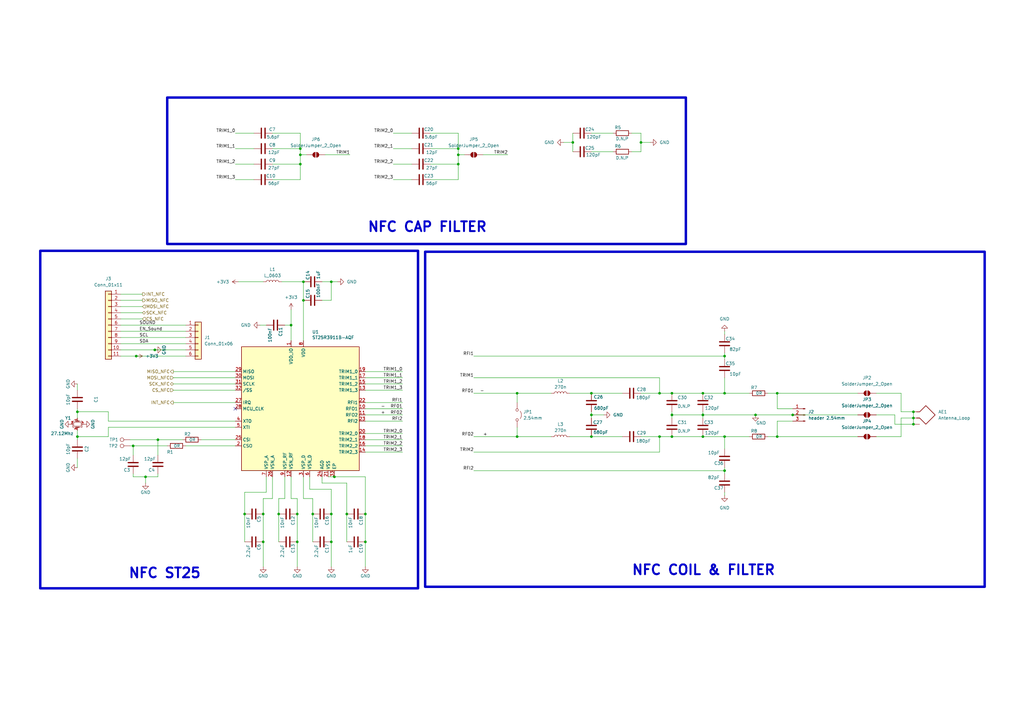
<source format=kicad_sch>
(kicad_sch (version 20231120) (generator "eeschema") (generator_version "8.0")
  (paper "A3")
  (lib_symbols
    (symbol "Connector:Conn_01x03_Pin" (pin_names (offset 1.016) hide)
      (property "Reference" "J" (at 0 5.08 0))
      (property "Value" "Conn_01x03_Pin" (at 0 -5.08 0))
      (symbol "Conn_01x03_Pin_1_1"
        (polyline (pts (xy 1.27 -2.54) (xy 0.8636 -2.54)) (stroke (width 0.1524)))
        (polyline (pts (xy 1.27 0) (xy 0.8636 0)) (stroke (width 0.1524)))
        (polyline (pts (xy 1.27 2.54) (xy 0.8636 2.54)) (stroke (width 0.1524)))
        (rectangle (start 0.8636 -2.413) (end 0 -2.667) (stroke (width 0.1524)) (fill (type outline)))
        (rectangle (start 0.8636 0.127) (end 0 -0.127) (stroke (width 0.1524)) (fill (type outline)))
        (rectangle (start 0.8636 2.667) (end 0 2.413) (stroke (width 0.1524)) (fill (type outline)))
        (pin passive line (at 5.08 2.54 180) (length 3.81) (name "Pin_1") (number "1"))
        (pin passive line (at 5.08 0 180) (length 3.81) (name "Pin_2") (number "2"))
        (pin passive line (at 5.08 -2.54 180) (length 3.81) (name "Pin_3") (number "3"))
      )
    )
    (symbol "Connector:TestPoint" (pin_numbers hide) (pin_names (offset 0.762) hide)
      (property "Reference" "TP" (at 0 6.858 0))
      (property "Value" "TestPoint" (at 0 5.08 0))
      (symbol "TestPoint_0_1"
        (circle (center 0 3.302) (radius 0.762))
      )
      (symbol "TestPoint_1_1"
        (pin passive line (at 0 0 90) (length 2.54) (name "1") (number "1"))
      )
    )
    (symbol "Connector_Generic:Conn_01x06" (pin_names (offset 1.016) hide)
      (property "Reference" "J" (at 0 7.62 0))
      (property "Value" "Conn_01x06" (at 0 -10.16 0))
      (symbol "Conn_01x06_1_1"
        (rectangle (start -1.27 -7.493) (end 0 -7.747) (stroke (width 0.1524)))
        (rectangle (start -1.27 -4.953) (end 0 -5.207) (stroke (width 0.1524)))
        (rectangle (start -1.27 -2.413) (end 0 -2.667) (stroke (width 0.1524)))
        (rectangle (start -1.27 0.127) (end 0 -0.127) (stroke (width 0.1524)))
        (rectangle (start -1.27 2.667) (end 0 2.413) (stroke (width 0.1524)))
        (rectangle (start -1.27 5.207) (end 0 4.953) (stroke (width 0.1524)))
        (rectangle (start -1.27 6.35) (end 1.27 -8.89) (stroke (width 0.254)) (fill (type background)))
        (pin passive line (at -5.08 5.08 0) (length 3.81) (name "Pin_1") (number "1"))
        (pin passive line (at -5.08 2.54 0) (length 3.81) (name "Pin_2") (number "2"))
        (pin passive line (at -5.08 0 0) (length 3.81) (name "Pin_3") (number "3"))
        (pin passive line (at -5.08 -2.54 0) (length 3.81) (name "Pin_4") (number "4"))
        (pin passive line (at -5.08 -5.08 0) (length 3.81) (name "Pin_5") (number "5"))
        (pin passive line (at -5.08 -7.62 0) (length 3.81) (name "Pin_6") (number "6"))
      )
    )
    (symbol "Connector_Generic:Conn_01x11" (pin_names (offset 1.016) hide)
      (property "Reference" "J" (at 0 15.24 0))
      (property "Value" "Conn_01x11" (at 0 -15.24 0))
      (symbol "Conn_01x11_1_1"
        (rectangle (start -1.27 -12.573) (end 0 -12.827) (stroke (width 0.1524)))
        (rectangle (start -1.27 -10.033) (end 0 -10.287) (stroke (width 0.1524)))
        (rectangle (start -1.27 -7.493) (end 0 -7.747) (stroke (width 0.1524)))
        (rectangle (start -1.27 -4.953) (end 0 -5.207) (stroke (width 0.1524)))
        (rectangle (start -1.27 -2.413) (end 0 -2.667) (stroke (width 0.1524)))
        (rectangle (start -1.27 0.127) (end 0 -0.127) (stroke (width 0.1524)))
        (rectangle (start -1.27 2.667) (end 0 2.413) (stroke (width 0.1524)))
        (rectangle (start -1.27 5.207) (end 0 4.953) (stroke (width 0.1524)))
        (rectangle (start -1.27 7.747) (end 0 7.493) (stroke (width 0.1524)))
        (rectangle (start -1.27 10.287) (end 0 10.033) (stroke (width 0.1524)))
        (rectangle (start -1.27 12.827) (end 0 12.573) (stroke (width 0.1524)))
        (rectangle (start -1.27 13.97) (end 1.27 -13.97) (stroke (width 0.254)) (fill (type background)))
        (pin passive line (at -5.08 12.7 0) (length 3.81) (name "Pin_1") (number "1"))
        (pin passive line (at -5.08 -10.16 0) (length 3.81) (name "Pin_10") (number "10"))
        (pin passive line (at -5.08 -12.7 0) (length 3.81) (name "Pin_11") (number "11"))
        (pin passive line (at -5.08 10.16 0) (length 3.81) (name "Pin_2") (number "2"))
        (pin passive line (at -5.08 7.62 0) (length 3.81) (name "Pin_3") (number "3"))
        (pin passive line (at -5.08 5.08 0) (length 3.81) (name "Pin_4") (number "4"))
        (pin passive line (at -5.08 2.54 0) (length 3.81) (name "Pin_5") (number "5"))
        (pin passive line (at -5.08 0 0) (length 3.81) (name "Pin_6") (number "6"))
        (pin passive line (at -5.08 -2.54 0) (length 3.81) (name "Pin_7") (number "7"))
        (pin passive line (at -5.08 -5.08 0) (length 3.81) (name "Pin_8") (number "8"))
        (pin passive line (at -5.08 -7.62 0) (length 3.81) (name "Pin_9") (number "9"))
      )
    )
    (symbol "Device:Antenna_Loop" (pin_numbers hide) (pin_names (offset 1.016) hide)
      (property "Reference" "AE1" (at -0.0001 5.08 90))
      (property "Value" "Antenna_Loop" (at 2.5399 5.08 90))
      (symbol "Antenna_Loop_0_1"
        (polyline (pts (xy 2.54 -3.81) (xy 2.54 -2.54) (xy 5.08 0) (xy 1.27 3.81) (xy -2.54 0) (xy 0 -2.54) (xy 0 -3.81)) (stroke (width 0.254)))
      )
      (symbol "Antenna_Loop_1_1"
        (pin input line (at 0 -5.08 90) (length 2.54) (name "~") (number "1"))
        (pin input line (at 2.54 -5.08 90) (length 2.54) (name "~") (number "2"))
        (pin input line (at 5.08 -5.08 90) (length 2.54) (name "~") (number "3"))
      )
    )
    (symbol "Device:C" (pin_numbers hide) (pin_names (offset 0.254))
      (property "Reference" "C" (at 0.635 2.54 0))
      (property "Value" "C" (at 0.635 -2.54 0))
      (symbol "C_0_1"
        (polyline (pts (xy -2.032 -0.762) (xy 2.032 -0.762)) (stroke (width 0.508)))
        (polyline (pts (xy -2.032 0.762) (xy 2.032 0.762)) (stroke (width 0.508)))
      )
      (symbol "C_1_1"
        (pin passive line (at 0 3.81 270) (length 2.794) (name "~") (number "1"))
        (pin passive line (at 0 -3.81 90) (length 2.794) (name "~") (number "2"))
      )
    )
    (symbol "Device:Crystal_GND24_Small" (pin_names (offset 1.016) hide)
      (property "Reference" "Y" (at 1.27 4.445 0))
      (property "Value" "Crystal_GND24_Small" (at 1.27 2.54 0))
      (symbol "Crystal_GND24_Small_0_1"
        (rectangle (start -0.762 -1.524) (end 0.762 1.524))
        (polyline (pts (xy -1.27 -0.762) (xy -1.27 0.762)) (stroke (width 0.381)))
        (polyline (pts (xy 1.27 -0.762) (xy 1.27 0.762)) (stroke (width 0.381)))
        (polyline (pts (xy -1.27 -1.27) (xy -1.27 -1.905) (xy 1.27 -1.905) (xy 1.27 -1.27)))
        (polyline (pts (xy -1.27 1.27) (xy -1.27 1.905) (xy 1.27 1.905) (xy 1.27 1.27)))
      )
      (symbol "Crystal_GND24_Small_1_1"
        (pin passive line (at -2.54 0 0) (length 1.27) (name "1") (number "1"))
        (pin passive line (at 0 -2.54 90) (length 0.635) (name "2") (number "2"))
        (pin passive line (at 2.54 0 180) (length 1.27) (name "3") (number "3"))
        (pin passive line (at 0 2.54 270) (length 0.635) (name "4") (number "4"))
      )
    )
    (symbol "Device:L" (pin_numbers hide) (pin_names (offset 1.016) hide)
      (property "Reference" "L" (at -1.27 0 90))
      (property "Value" "L" (at 1.905 0 90))
      (symbol "L_0_1"
        (arc (start 0 -2.54) (mid 0.6323 -1.905) (end 0 -1.27))
        (arc (start 0 -1.27) (mid 0.6323 -0.635) (end 0 0))
        (arc (start 0 0) (mid 0.6323 0.635) (end 0 1.27))
        (arc (start 0 1.27) (mid 0.6323 1.905) (end 0 2.54))
      )
      (symbol "L_1_1"
        (pin passive line (at 0 3.81 270) (length 1.27) (name "1") (number "1"))
        (pin passive line (at 0 -3.81 90) (length 1.27) (name "2") (number "2"))
      )
    )
    (symbol "Jumper:Jumper_2_Open" (pin_numbers hide) (pin_names (offset 0) hide) (exclude_from_sim yes)
      (property "Reference" "JP" (at 0 2.794 0))
      (property "Value" "Jumper_2_Open" (at 0 -2.286 0))
      (symbol "Jumper_2_Open_0_0"
        (circle (center -2.032 0) (radius 0.508))
        (circle (center 2.032 0) (radius 0.508))
      )
      (symbol "Jumper_2_Open_0_1"
        (arc (start 1.524 1.27) (mid 0 1.778) (end -1.524 1.27))
      )
      (symbol "Jumper_2_Open_1_1"
        (pin passive line (at -5.08 0 0) (length 2.54) (name "A") (number "1"))
        (pin passive line (at 5.08 0 180) (length 2.54) (name "B") (number "2"))
      )
    )
    (symbol "Jumper:SolderJumper_2_Open" (pin_numbers hide) (pin_names (offset 0) hide) (exclude_from_sim yes) (in_bom no)
      (property "Reference" "JP" (at 0 2.032 0))
      (property "Value" "SolderJumper_2_Open" (at 0 -2.54 0))
      (symbol "SolderJumper_2_Open_0_1"
        (arc (start -0.254 1.016) (mid -1.2656 0) (end -0.254 -1.016))
        (arc (start -0.254 1.016) (mid -1.2656 0) (end -0.254 -1.016) (fill (type outline)))
        (polyline (pts (xy -0.254 1.016) (xy -0.254 -1.016)))
        (polyline (pts (xy 0.254 1.016) (xy 0.254 -1.016)))
        (arc (start 0.254 -1.016) (mid 1.2656 0) (end 0.254 1.016))
        (arc (start 0.254 -1.016) (mid 1.2656 0) (end 0.254 1.016) (fill (type outline)))
      )
      (symbol "SolderJumper_2_Open_1_1"
        (pin passive line (at -3.81 0 0) (length 2.54) (name "A") (number "1"))
        (pin passive line (at 3.81 0 180) (length 2.54) (name "B") (number "2"))
      )
    )
    (symbol "RF_NFC:ST25R3911B-AQF"
      (property "Reference" "U3" (at 6.096 31.496 0))
      (property "Value" "ST25R3911B-AQF" (at 6.096 29.21 0))
      (symbol "ST25R3911B-AQF_0_1"
        (rectangle (start -22.86 25.4) (end 25.4 -25.4) (stroke (width 0.254)) (fill (type background)))
      )
      (symbol "ST25R3911B-AQF_1_1"
        (pin power_in line (at -2.54 27.94 270) (length 2.54) (name "VDD_IO") (number "1"))
        (pin output line (at 27.94 0 180) (length 2.54) (name "RFO1") (number "10"))
        (pin output line (at 27.94 -2.54 180) (length 2.54) (name "RFO2") (number "11"))
        (pin power_in line (at -2.54 -27.94 90) (length 2.54) (name "VSN_RF") (number "12"))
        (pin passive line (at 27.94 7.62 180) (length 2.54) (name "TRIM1_3") (number "13"))
        (pin passive line (at 27.94 -17.78 180) (length 2.54) (name "TRIM2_3") (number "14"))
        (pin passive line (at 27.94 10.16 180) (length 2.54) (name "TRIM1_2") (number "15"))
        (pin passive line (at 27.94 -15.24 180) (length 2.54) (name "TRIM2_2") (number "16"))
        (pin passive line (at 27.94 12.7 180) (length 2.54) (name "TRIM1_1") (number "17"))
        (pin passive line (at 27.94 -12.7 180) (length 2.54) (name "TRIM2_1") (number "18"))
        (pin passive line (at 27.94 15.24 180) (length 2.54) (name "TRIM1_0") (number "19"))
        (pin output line (at -25.4 -15.24 0) (length 2.54) (name "CSO") (number "2"))
        (pin passive line (at 27.94 -10.16 180) (length 2.54) (name "TRIM2_0") (number "20"))
        (pin power_in line (at 12.7 -27.94 90) (length 2.54) (name "VSS") (number "21"))
        (pin passive line (at 27.94 2.54 180) (length 2.54) (name "RFI1") (number "22"))
        (pin passive line (at 27.94 -5.08 180) (length 2.54) (name "RFI2") (number "23"))
        (pin passive line (at 10.16 -27.94 90) (length 2.54) (name "AGD") (number "24"))
        (pin passive line (at -25.4 -12.7 0) (length 2.54) (name "CSI") (number "25"))
        (pin power_in line (at -10.16 -27.94 90) (length 2.54) (name "VSN_A") (number "26"))
        (pin output line (at -25.4 2.54 0) (length 2.54) (name "IRQ") (number "27"))
        (pin output line (at -25.4 0 0) (length 2.54) (name "MCU_CLK") (number "28"))
        (pin output line (at -25.4 15.24 0) (length 2.54) (name "MISO") (number "29"))
        (pin power_out line (at 2.54 -27.94 90) (length 2.54) (name "VSP_D") (number "3"))
        (pin input line (at -25.4 12.7 0) (length 2.54) (name "MOSI") (number "30"))
        (pin input line (at -25.4 10.16 0) (length 2.54) (name "SCLK") (number "31"))
        (pin input line (at -25.4 7.62 0) (length 2.54) (name "/SS") (number "32"))
        (pin power_in line (at 15.24 -27.94 90) (length 2.54) (name "EP") (number "33"))
        (pin output line (at -25.4 -5.08 0) (length 2.54) (name "XTO") (number "4"))
        (pin passive line (at -25.4 -7.62 0) (length 2.54) (name "XTI") (number "5"))
        (pin power_in line (at 5.08 -27.94 90) (length 2.54) (name "VSN_D") (number "6"))
        (pin power_out line (at -12.7 -27.94 90) (length 2.54) (name "VSP_A") (number "7"))
        (pin power_in line (at 2.54 27.94 270) (length 2.54) (name "VDD") (number "8"))
        (pin power_out line (at -5.08 -27.94 90) (length 2.54) (name "VSP_RF") (number "9"))
      )
    )
    (symbol "Thu_vien_kicad:C" (pin_numbers hide) (pin_names (offset 0.254))
      (property "Reference" "C" (at 0.635 2.54 0))
      (property "Value" "C" (at 0.635 -2.54 0))
      (symbol "C_0_1"
        (polyline (pts (xy -2.032 -0.762) (xy 2.032 -0.762)) (stroke (width 0.508)))
        (polyline (pts (xy -2.032 0.762) (xy 2.032 0.762)) (stroke (width 0.508)))
      )
      (symbol "C_1_1"
        (pin passive line (at 0 3.81 270) (length 2.794) (name "~") (number "1"))
        (pin passive line (at 0 -3.81 90) (length 2.794) (name "~") (number "2"))
      )
    )
    (symbol "Thu_vien_kicad:R" (pin_numbers hide) (pin_names (offset 0))
      (property "Reference" "R" (at 2.032 0 90))
      (property "Value" "R" (at 0 0 90))
      (symbol "R_0_1"
        (rectangle (start -1.016 -2.54) (end 1.016 2.54) (stroke (width 0.254)))
      )
      (symbol "R_1_1"
        (pin passive line (at 0 3.81 270) (length 1.27) (name "~") (number "1"))
        (pin passive line (at 0 -3.81 90) (length 1.27) (name "~") (number "2"))
      )
    )
    (symbol "power:+3V3" (power) (pin_names (offset 0))
      (property "Value" "+3V3" (at 0 3.556 0))
      (symbol "+3V3_0_1"
        (polyline (pts (xy -0.762 1.27) (xy 0 2.54)))
        (polyline (pts (xy 0 0) (xy 0 2.54)))
        (polyline (pts (xy 0 2.54) (xy 0.762 1.27)))
      )
      (symbol "+3V3_1_1"
        (pin power_in line (at 0 0 90) (length 0) hide (name "+3V3") (number "1"))
      )
    )
    (symbol "power:GND" (power) (pin_names (offset 0))
      (property "Value" "GND" (at 0 -3.81 0))
      (symbol "GND_0_1"
        (polyline (pts (xy 0 0) (xy 0 -1.27) (xy 1.27 -1.27) (xy 0 -2.54) (xy -1.27 -1.27) (xy 0 -1.27)))
      )
      (symbol "GND_1_1"
        (pin power_in line (at 0 0 270) (length 0) hide (name "GND") (number "1"))
      )
    )
  )
  (junction (at 137.16 195.58))
  (junction (at 212.09 179.07))
  (junction (at 288.29 161.29))
  (junction (at 107.95 222.25))
  (junction (at 374.65 173.99))
  (junction (at 297.18 161.29))
  (junction (at 275.59 179.07))
  (junction (at 242.57 179.07))
  (junction (at 275.59 170.18))
  (junction (at 54.61 182.88))
  (junction (at 142.24 210.82))
  (junction (at 123.19 67.31))
  (junction (at 270.51 179.07))
  (junction (at 59.69 195.58))
  (junction (at 149.86 210.82))
  (junction (at 318.77 161.29))
  (junction (at 135.89 222.25))
  (junction (at 31.75 179.07))
  (junction (at 187.96 63.5))
  (junction (at 242.57 170.18))
  (junction (at 149.86 222.25))
  (junction (at 123.19 60.96))
  (junction (at 119.38 133.35))
  (junction (at 288.29 179.07))
  (junction (at 64.77 180.34))
  (junction (at 242.57 161.29))
  (junction (at 374.65 171.45))
  (junction (at 275.59 161.29))
  (junction (at 297.18 179.07))
  (junction (at 124.46 115.57))
  (junction (at 121.92 210.82))
  (junction (at 318.77 179.07))
  (junction (at 63.5 143.51))
  (junction (at 31.75 168.91))
  (junction (at 288.29 170.18))
  (junction (at 100.33 210.82))
  (junction (at 135.89 210.82))
  (junction (at 55.88 146.05))
  (junction (at 212.09 161.29))
  (junction (at 297.18 193.04))
  (junction (at 309.88 170.18))
  (junction (at 187.96 67.31))
  (junction (at 270.51 161.29))
  (junction (at 325.12 170.18))
  (junction (at 374.65 168.91))
  (junction (at 262.89 58.42))
  (junction (at 124.46 123.19))
  (junction (at 187.96 60.96))
  (junction (at 123.19 63.5))
  (junction (at 135.89 115.57))
  (junction (at 114.3 210.82))
  (junction (at 297.18 146.05))
  (junction (at 234.95 58.42))
  (junction (at 107.95 210.82))
  (junction (at 121.92 222.25))
  (junction (at 128.27 210.82))
  (no_connect (at 96.52 167.64))
  (wire (pts (xy 142.24 210.82) (xy 142.24 222.25)))
  (wire (pts (xy 149.86 180.34) (xy 165.1 180.34)))
  (wire (pts (xy 121.92 210.82) (xy 121.92 222.25)))
  (wire (pts (xy 135.89 222.25) (xy 135.89 232.41)))
  (wire (pts (xy 127 200.66) (xy 135.89 200.66)))
  (wire (pts (xy 149.86 165.1) (xy 165.1 165.1)))
  (wire (pts (xy 374.65 171.45) (xy 369.57 171.45)))
  (wire (pts (xy 369.57 161.29) (xy 359.41 161.29)))
  (wire (pts (xy 149.86 182.88) (xy 165.1 182.88)))
  (wire (pts (xy 275.59 168.91) (xy 275.59 170.18)))
  (wire (pts (xy 114.3 210.82) (xy 114.3 222.25)))
  (wire (pts (xy 127 195.58) (xy 127 200.66)))
  (wire (pts (xy 109.22 195.58) (xy 109.22 201.93)))
  (wire (pts (xy 288.29 168.91) (xy 288.29 170.18)))
  (wire (pts (xy 242.57 62.23) (xy 251.46 62.23)))
  (wire (pts (xy 212.09 161.29) (xy 226.06 161.29)))
  (wire (pts (xy 142.24 198.12) (xy 142.24 210.82)))
  (wire (pts (xy 96.52 73.66) (xy 104.14 73.66)))
  (wire (pts (xy 124.46 204.47) (xy 128.27 204.47)))
  (wire (pts (xy 262.89 54.61) (xy 262.89 58.42)))
  (wire (pts (xy 96.52 54.61) (xy 104.14 54.61)))
  (wire (pts (xy 297.18 146.05) (xy 297.18 147.32)))
  (wire (pts (xy 58.42 125.73) (xy 49.53 125.73)))
  (wire (pts (xy 318.77 172.72) (xy 318.77 179.07)))
  (wire (pts (xy 63.5 143.51) (xy 76.2 143.51)))
  (wire (pts (xy 318.77 179.07) (xy 314.96 179.07)))
  (wire (pts (xy 31.75 179.07) (xy 44.45 179.07)))
  (wire (pts (xy 106.68 133.35) (xy 109.22 133.35)))
  (wire (pts (xy 59.69 195.58) (xy 59.69 198.12)))
  (wire (pts (xy 132.08 123.19) (xy 135.89 123.19)))
  (wire (pts (xy 242.57 179.07) (xy 255.27 179.07)))
  (wire (pts (xy 97.79 115.57) (xy 107.95 115.57)))
  (wire (pts (xy 275.59 161.29) (xy 288.29 161.29)))
  (wire (pts (xy 135.89 115.57) (xy 138.43 115.57)))
  (wire (pts (xy 134.62 195.58) (xy 137.16 195.58)))
  (wire (pts (xy 194.31 193.04) (xy 297.18 193.04)))
  (wire (pts (xy 149.86 177.8) (xy 165.1 177.8)))
  (wire (pts (xy 49.53 133.35) (xy 76.2 133.35)))
  (wire (pts (xy 49.53 143.51) (xy 63.5 143.51)))
  (wire (pts (xy 161.29 54.61) (xy 168.91 54.61)))
  (wire (pts (xy 369.57 179.07) (xy 359.41 179.07)))
  (wire (pts (xy 288.29 179.07) (xy 297.18 179.07)))
  (wire (pts (xy 149.86 157.48) (xy 165.1 157.48)))
  (wire (pts (xy 297.18 144.78) (xy 297.18 146.05)))
  (wire (pts (xy 128.27 204.47) (xy 128.27 210.82)))
  (wire (pts (xy 49.53 146.05) (xy 55.88 146.05)))
  (wire (pts (xy 96.52 172.72) (xy 44.45 172.72)))
  (wire (pts (xy 123.19 73.66) (xy 111.76 73.66)))
  (wire (pts (xy 297.18 154.94) (xy 297.18 161.29)))
  (wire (pts (xy 149.86 154.94) (xy 165.1 154.94)))
  (wire (pts (xy 125.73 63.5) (xy 123.19 63.5)))
  (wire (pts (xy 111.76 195.58) (xy 111.76 204.47)))
  (wire (pts (xy 149.86 152.4) (xy 165.1 152.4)))
  (wire (pts (xy 119.38 204.47) (xy 121.92 204.47)))
  (wire (pts (xy 161.29 67.31) (xy 168.91 67.31)))
  (wire (pts (xy 100.33 210.82) (xy 100.33 222.25)))
  (wire (pts (xy 59.69 195.58) (xy 64.77 195.58)))
  (wire (pts (xy 367.03 170.18) (xy 359.41 170.18)))
  (wire (pts (xy 100.33 201.93) (xy 100.33 210.82)))
  (wire (pts (xy 288.29 170.18) (xy 288.29 171.45)))
  (wire (pts (xy 135.89 200.66) (xy 135.89 210.82)))
  (wire (pts (xy 64.77 195.58) (xy 64.77 194.31)))
  (wire (pts (xy 212.09 179.07) (xy 212.09 175.26)))
  (wire (pts (xy 297.18 179.07) (xy 297.18 184.15)))
  (wire (pts (xy 137.16 195.58) (xy 149.86 195.58)))
  (wire (pts (xy 242.57 170.18) (xy 247.65 170.18)))
  (wire (pts (xy 262.89 161.29) (xy 270.51 161.29)))
  (wire (pts (xy 111.76 204.47) (xy 107.95 204.47)))
  (wire (pts (xy 44.45 175.26) (xy 44.45 179.07)))
  (wire (pts (xy 187.96 63.5) (xy 187.96 67.31)))
  (wire (pts (xy 190.5 63.5) (xy 187.96 63.5)))
  (wire (pts (xy 107.95 204.47) (xy 107.95 210.82)))
  (wire (pts (xy 187.96 67.31) (xy 187.96 73.66)))
  (wire (pts (xy 135.89 210.82) (xy 135.89 222.25)))
  (wire (pts (xy 58.42 120.65) (xy 49.53 120.65)))
  (wire (pts (xy 123.19 54.61) (xy 123.19 60.96)))
  (wire (pts (xy 55.88 146.05) (xy 76.2 146.05)))
  (wire (pts (xy 262.89 54.61) (xy 259.08 54.61)))
  (wire (pts (xy 270.51 179.07) (xy 275.59 179.07)))
  (wire (pts (xy 71.12 152.4) (xy 96.52 152.4)))
  (wire (pts (xy 369.57 171.45) (xy 369.57 179.07)))
  (wire (pts (xy 149.86 185.42) (xy 165.1 185.42)))
  (wire (pts (xy 288.29 161.29) (xy 297.18 161.29)))
  (wire (pts (xy 64.77 180.34) (xy 64.77 186.69)))
  (wire (pts (xy 132.08 115.57) (xy 135.89 115.57)))
  (wire (pts (xy 54.61 194.31) (xy 54.61 195.58)))
  (wire (pts (xy 31.75 176.53) (xy 31.75 179.07)))
  (wire (pts (xy 123.19 67.31) (xy 123.19 73.66)))
  (wire (pts (xy 275.59 170.18) (xy 288.29 170.18)))
  (wire (pts (xy 318.77 167.64) (xy 325.12 167.64)))
  (wire (pts (xy 367.03 173.99) (xy 367.03 170.18)))
  (wire (pts (xy 374.65 171.45) (xy 374.65 173.99)))
  (wire (pts (xy 124.46 139.7) (xy 124.46 123.19)))
  (wire (pts (xy 111.76 67.31) (xy 123.19 67.31)))
  (wire (pts (xy 71.12 157.48) (xy 96.52 157.48)))
  (wire (pts (xy 262.89 179.07) (xy 270.51 179.07)))
  (wire (pts (xy 212.09 161.29) (xy 212.09 165.1)))
  (wire (pts (xy 234.95 54.61) (xy 234.95 58.42)))
  (wire (pts (xy 149.86 170.18) (xy 165.1 170.18)))
  (wire (pts (xy 297.18 179.07) (xy 307.34 179.07)))
  (wire (pts (xy 187.96 60.96) (xy 187.96 63.5)))
  (wire (pts (xy 275.59 170.18) (xy 275.59 171.45)))
  (wire (pts (xy 270.51 154.94) (xy 270.51 161.29)))
  (wire (pts (xy 71.12 160.02) (xy 96.52 160.02)))
  (wire (pts (xy 262.89 58.42) (xy 262.89 62.23)))
  (wire (pts (xy 242.57 170.18) (xy 242.57 171.45)))
  (wire (pts (xy 96.52 67.31) (xy 104.14 67.31)))
  (wire (pts (xy 318.77 179.07) (xy 351.79 179.07)))
  (wire (pts (xy 133.35 63.5) (xy 143.51 63.5)))
  (wire (pts (xy 82.55 180.34) (xy 96.52 180.34)))
  (wire (pts (xy 233.68 179.07) (xy 242.57 179.07)))
  (wire (pts (xy 124.46 195.58) (xy 124.46 204.47)))
  (wire (pts (xy 31.75 157.48) (xy 31.75 160.02)))
  (wire (pts (xy 124.46 123.19) (xy 124.46 115.57)))
  (wire (pts (xy 198.12 63.5) (xy 208.28 63.5)))
  (wire (pts (xy 270.51 185.42) (xy 270.51 179.07)))
  (wire (pts (xy 31.75 179.07) (xy 31.75 180.34)))
  (wire (pts (xy 297.18 161.29) (xy 307.34 161.29)))
  (wire (pts (xy 161.29 73.66) (xy 168.91 73.66)))
  (wire (pts (xy 242.57 168.91) (xy 242.57 170.18)))
  (wire (pts (xy 44.45 172.72) (xy 44.45 168.91)))
  (wire (pts (xy 194.31 179.07) (xy 212.09 179.07)))
  (wire (pts (xy 119.38 133.35) (xy 119.38 139.7)))
  (wire (pts (xy 234.95 58.42) (xy 234.95 62.23)))
  (wire (pts (xy 31.75 168.91) (xy 31.75 171.45)))
  (wire (pts (xy 96.52 60.96) (xy 104.14 60.96)))
  (wire (pts (xy 132.08 195.58) (xy 132.08 198.12)))
  (wire (pts (xy 132.08 198.12) (xy 142.24 198.12)))
  (wire (pts (xy 54.61 182.88) (xy 54.61 186.69)))
  (wire (pts (xy 116.84 195.58) (xy 116.84 204.47)))
  (wire (pts (xy 314.96 161.29) (xy 318.77 161.29)))
  (wire (pts (xy 233.68 161.29) (xy 242.57 161.29)))
  (wire (pts (xy 54.61 182.88) (xy 68.58 182.88)))
  (wire (pts (xy 187.96 73.66) (xy 176.53 73.66)))
  (wire (pts (xy 325.12 170.18) (xy 351.79 170.18)))
  (wire (pts (xy 212.09 179.07) (xy 226.06 179.07)))
  (wire (pts (xy 325.12 172.72) (xy 318.77 172.72)))
  (wire (pts (xy 111.76 60.96) (xy 123.19 60.96)))
  (wire (pts (xy 115.57 115.57) (xy 124.46 115.57)))
  (wire (pts (xy 96.52 175.26) (xy 44.45 175.26)))
  (wire (pts (xy 31.75 168.91) (xy 44.45 168.91)))
  (wire (pts (xy 64.77 180.34) (xy 74.93 180.34)))
  (wire (pts (xy 297.18 193.04) (xy 297.18 194.31)))
  (wire (pts (xy 119.38 127) (xy 119.38 133.35)))
  (wire (pts (xy 161.29 60.96) (xy 168.91 60.96)))
  (wire (pts (xy 187.96 54.61) (xy 187.96 60.96)))
  (wire (pts (xy 111.76 54.61) (xy 123.19 54.61)))
  (wire (pts (xy 297.18 191.77) (xy 297.18 193.04)))
  (wire (pts (xy 176.53 67.31) (xy 187.96 67.31)))
  (wire (pts (xy 58.42 128.27) (xy 49.53 128.27)))
  (wire (pts (xy 374.65 168.91) (xy 369.57 168.91)))
  (wire (pts (xy 116.84 204.47) (xy 114.3 204.47)))
  (wire (pts (xy 31.75 167.64) (xy 31.75 168.91)))
  (wire (pts (xy 194.31 146.05) (xy 297.18 146.05)))
  (wire (pts (xy 31.75 187.96) (xy 31.75 191.77)))
  (wire (pts (xy 114.3 204.47) (xy 114.3 210.82)))
  (wire (pts (xy 297.18 135.89) (xy 297.18 137.16)))
  (wire (pts (xy 266.7 58.42) (xy 262.89 58.42)))
  (wire (pts (xy 128.27 210.82) (xy 128.27 222.25)))
  (wire (pts (xy 149.86 172.72) (xy 165.1 172.72)))
  (wire (pts (xy 49.53 140.97) (xy 76.2 140.97)))
  (wire (pts (xy 194.31 185.42) (xy 270.51 185.42)))
  (wire (pts (xy 194.31 154.94) (xy 270.51 154.94)))
  (wire (pts (xy 49.53 138.43) (xy 76.2 138.43)))
  (wire (pts (xy 149.86 160.02) (xy 165.1 160.02)))
  (wire (pts (xy 318.77 161.29) (xy 351.79 161.29)))
  (wire (pts (xy 135.89 123.19) (xy 135.89 115.57)))
  (wire (pts (xy 121.92 204.47) (xy 121.92 210.82)))
  (wire (pts (xy 58.42 123.19) (xy 49.53 123.19)))
  (wire (pts (xy 119.38 195.58) (xy 119.38 204.47)))
  (wire (pts (xy 288.29 170.18) (xy 309.88 170.18)))
  (wire (pts (xy 374.65 168.91) (xy 374.65 171.45)))
  (wire (pts (xy 242.57 54.61) (xy 251.46 54.61)))
  (wire (pts (xy 297.18 203.2) (xy 297.18 201.93)))
  (wire (pts (xy 53.34 182.88) (xy 54.61 182.88)))
  (wire (pts (xy 318.77 161.29) (xy 318.77 167.64)))
  (wire (pts (xy 109.22 201.93) (xy 100.33 201.93)))
  (wire (pts (xy 123.19 63.5) (xy 123.19 67.31)))
  (wire (pts (xy 54.61 195.58) (xy 59.69 195.58)))
  (wire (pts (xy 149.86 195.58) (xy 149.86 210.82)))
  (wire (pts (xy 49.53 135.89) (xy 76.2 135.89)))
  (wire (pts (xy 53.34 180.34) (xy 64.77 180.34)))
  (wire (pts (xy 71.12 154.94) (xy 96.52 154.94)))
  (wire (pts (xy 121.92 222.25) (xy 121.92 232.41)))
  (wire (pts (xy 149.86 167.64) (xy 165.1 167.64)))
  (wire (pts (xy 176.53 60.96) (xy 187.96 60.96)))
  (wire (pts (xy 58.42 130.81) (xy 49.53 130.81)))
  (wire (pts (xy 231.14 58.42) (xy 234.95 58.42)))
  (wire (pts (xy 242.57 161.29) (xy 255.27 161.29)))
  (wire (pts (xy 123.19 60.96) (xy 123.19 63.5)))
  (wire (pts (xy 374.65 173.99) (xy 367.03 173.99)))
  (wire (pts (xy 149.86 210.82) (xy 149.86 222.25)))
  (wire (pts (xy 262.89 62.23) (xy 259.08 62.23)))
  (wire (pts (xy 76.2 182.88) (xy 96.52 182.88)))
  (wire (pts (xy 369.57 168.91) (xy 369.57 161.29)))
  (wire (pts (xy 119.38 133.35) (xy 116.84 133.35)))
  (wire (pts (xy 107.95 222.25) (xy 107.95 232.41)))
  (wire (pts (xy 107.95 210.82) (xy 107.95 222.25)))
  (wire (pts (xy 176.53 54.61) (xy 187.96 54.61)))
  (wire (pts (xy 270.51 161.29) (xy 275.59 161.29)))
  (wire (pts (xy 309.88 170.18) (xy 325.12 170.18)))
  (wire (pts (xy 149.86 222.25) (xy 149.86 232.41)))
  (wire (pts (xy 275.59 179.07) (xy 288.29 179.07)))
  (wire (pts (xy 71.12 165.1) (xy 96.52 165.1)))
  (wire (pts (xy 194.31 161.29) (xy 212.09 161.29)))
  (rectangle (start 174.371 103.251) (end 403.86 240.665) (stroke (width 1)))
  (rectangle (start 68.58 40.005) (end 281.305 100.076) (stroke (width 1)))
  (rectangle (start 16.51 102.87) (end 171.45 241.3) (stroke (width 1)))
  (text "NFC ST25" (at 67.564 235.204 0) (effects (font (size 4 4) (thickness 0.8) (bold yes))))
  (text "NFC CAP FILTER" (at 175.26 93.218 0) (effects (font (size 4 4) (thickness 0.8) (bold yes))))
  (text "NFC COIL & FILTER\n" (at 288.544 233.934 0) (effects (font (size 4 4) (thickness 0.8) (bold yes))))
  (label "TRIM2" (at 194.31 185.42 180))
  (label "RFI2" (at 165.1 172.72 180))
  (label "RF01" (at 165.1 167.64 180))
  (label "TRIM1_0" (at 165.1 152.4 180))
  (label "TRIM2_0" (at 161.29 54.61 180))
  (label "TRIM1_0" (at 96.52 54.61 180))
  (label "SCL" (at 57.15 138.43 0))
  (label "TRIM1" (at 143.51 63.5 180))
  (label "TRIM2_2" (at 161.29 67.31 180))
  (label "RFI1" (at 194.31 146.05 180))
  (label "RF02" (at 194.31 179.07 180))
  (label "TRIM1_2" (at 165.1 157.48 180))
  (label "TRIM1_1" (at 165.1 154.94 180))
  (label "+" (at 198.12 179.07 0))
  (label "-" (at 196.85 161.29 0))
  (label "TRIM2_3" (at 161.29 73.66 180))
  (label "RFI1" (at 165.1 165.1 180))
  (label "TRIM1_3" (at 96.52 73.66 180))
  (label "TRIM2_1" (at 165.1 180.34 180))
  (label "TRIM2_3" (at 165.1 185.42 180))
  (label "TRIM2_0" (at 165.1 177.8 180))
  (label "TRIM1_2" (at 96.52 67.31 180))
  (label "SOUND" (at 57.15 133.35 0))
  (label "RF02" (at 165.1 170.18 180))
  (label "-" (at 156.21 167.64 0))
  (label "RFI2" (at 194.31 193.04 180))
  (label "+" (at 156.21 170.18 0))
  (label "EN_Sound" (at 57.15 135.89 0))
  (label "SDA" (at 57.15 140.97 0))
  (label "TRIM2" (at 208.28 63.5 180))
  (label "TRIM1_1" (at 96.52 60.96 180))
  (label "TRIM1_3" (at 165.1 160.02 180))
  (label "TRIM2_2" (at 165.1 182.88 180))
  (label "TRIM1" (at 194.31 154.94 180))
  (label "RF01" (at 194.31 161.29 180))
  (label "TRIM2_1" (at 161.29 60.96 180))
  (hierarchical_label "MOSI_NFC" (shape input) (at 71.12 154.94 180))
  (hierarchical_label "MISO_NFC" (shape output) (at 71.12 152.4 180))
  (hierarchical_label "MOSI_NFC" (shape input) (at 58.42 125.73 0))
  (hierarchical_label "CS_NFC" (shape input) (at 58.42 130.81 0))
  (hierarchical_label "INT_NFC" (shape output) (at 58.42 120.65 0))
  (hierarchical_label "INT_NFC" (shape output) (at 71.12 165.1 180))
  (hierarchical_label "CS_NFC" (shape input) (at 71.12 160.02 180))
  (hierarchical_label "MISO_NFC" (shape output) (at 58.42 123.19 0))
  (hierarchical_label "SCK_NFC" (shape bidirectional) (at 71.12 157.48 180))
  (hierarchical_label "SCK_NFC" (shape bidirectional) (at 58.42 128.27 0))
  (symbol (lib_id "Thu_vien_kicad:C") (at 31.75 184.15 0) (unit 1)
    (property "Reference" "C2" (at 35.56 184.15 90))
    (property "Value" "10pF" (at 27.94 184.15 90))
    (property "Footprint" "DienLIB:C_0603" (effects (hide yes)))
    (property "JLC" "C1634" (effects (hide yes)))
  )
  (symbol (lib_id "power:GND") (at 149.86 232.41 0) (unit 1)
    (property "Reference" "#PWR015" (effects (hide yes)))
    (property "Value" "GND" (at 149.86 236.22 0))
  )
  (symbol (lib_id "power:GND") (at 121.92 232.41 0) (unit 1)
    (property "Reference" "#PWR012" (effects (hide yes)))
    (property "Value" "GND" (at 121.92 236.22 0))
  )
  (symbol (lib_id "power:+3V3") (at 55.88 146.05 270) (unit 1)
    (property "Reference" "#PWR06" (effects (hide yes)))
    (property "Value" "+3V3" (at 59.69 146.0499 90) (effects (justify left)))
  )
  (symbol (lib_id "Device:C") (at 297.18 198.12 0) (unit 1)
    (property "Reference" "C37" (at 292.862 200.152 0) (effects (justify left)))
    (property "Value" "82pF" (at 290.322 195.834 0) (effects (justify left)))
    (property "Footprint" "DienLIB:C_0603" (effects (hide yes)))
    (property "JLC" "C1683" (effects (hide yes)))
  )
  (symbol (lib_id "Device:C") (at 297.18 187.96 0) (unit 1)
    (property "Reference" "C36" (at 292.862 189.992 0) (effects (justify left)))
    (property "Value" "10pF" (at 290.322 185.674 0) (effects (justify left)))
    (property "Footprint" "DienLIB:C_0603" (effects (hide yes)))
    (property "JLC" "C1634" (effects (hide yes)))
  )
  (symbol (lib_id "Device:C") (at 107.95 73.66 90) (unit 1)
    (property "Reference" "C10" (at 113.03 72.136 90) (effects (justify left)))
    (property "Value" "56pF" (at 114.808 75.184 90) (effects (justify left)))
    (property "Footprint" "DienLIB:C_0603" (effects (hide yes)))
    (property "JLC" "C1676" (effects (hide yes)))
  )
  (symbol (lib_id "Device:C") (at 275.59 175.26 0) (unit 1)
    (property "Reference" "C31" (at 277.876 173.228 0) (effects (justify left)))
    (property "Value" "D.N.P" (at 277.876 176.784 0) (effects (justify left)))
    (property "Footprint" "DienLIB:C_0603" (effects (hide yes)))
  )
  (symbol (lib_id "Jumper:SolderJumper_2_Open") (at 355.6 161.29 0) (unit 1) (exclude_from_sim yes) (in_bom no)
    (property "Reference" "JP2" (at 355.6 154.94 0))
    (property "Value" "SolderJumper_2_Open" (at 355.6 157.48 0))
    (property "Footprint" "Jumper:SolderJumper-2_P1.3mm_Open_TrianglePad1.0x1.5mm" (effects (hide yes)))
    (property "Description" "Solder Jumper, 2-pole, open" (effects (hide yes)))
  )
  (symbol (lib_id "Device:Antenna_Loop") (at 379.73 168.91 270) (unit 1)
    (property "Reference" "AE1" (at 384.81 168.9099 90) (effects (justify left)))
    (property "Value" "Antenna_Loop" (at 384.81 171.4499 90) (effects (justify left)))
    (property "Description" "Loop antenna" (effects (hide yes)))
  )
  (symbol (lib_id "Device:C") (at 288.29 165.1 180) (unit 1)
    (property "Reference" "C32" (at 292.608 163.068 0) (effects (justify left)))
    (property "Value" "120pF" (at 295.148 167.386 0) (effects (justify left)))
    (property "Footprint" "DienLIB:C_0603" (effects (hide yes)))
    (property "JLC" "C107035" (effects (hide yes)))
  )
  (symbol (lib_id "Jumper:SolderJumper_2_Open") (at 194.31 63.5 0) (unit 1) (exclude_from_sim yes) (in_bom no)
    (property "Reference" "JP5" (at 194.31 57.15 0))
    (property "Value" "SolderJumper_2_Open" (at 194.31 59.69 0))
    (property "Footprint" "Jumper:SolderJumper-2_P1.3mm_Open_TrianglePad1.0x1.5mm" (effects (hide yes)))
    (property "Description" "Solder Jumper, 2-pole, open" (effects (hide yes)))
  )
  (symbol (lib_id "Device:C") (at 259.08 179.07 270) (unit 1)
    (property "Reference" "C29" (at 261.112 177.546 90) (effects (justify left)))
    (property "Value" "180pF" (at 260.858 180.848 90) (effects (justify left)))
    (property "Footprint" "DienLIB:C_0603" (effects (hide yes)))
    (property "JLC" "C107041" (effects (hide yes)))
  )
  (symbol (lib_id "Device:C") (at 259.08 161.29 270) (unit 1)
    (property "Reference" "C28" (at 261.112 159.766 90) (effects (justify left)))
    (property "Value" "180pF" (at 260.858 163.068 90) (effects (justify left)))
    (property "Footprint" "DienLIB:C_0603" (effects (hide yes)))
    (property "JLC" "C107041" (effects (hide yes)))
  )
  (symbol (lib_id "power:GND") (at 63.5 143.51 90) (unit 1)
    (property "Reference" "#PWR07" (effects (hide yes)))
    (property "Value" "GND" (at 67.31 143.51 0))
  )
  (symbol (lib_id "power:GND") (at 106.68 133.35 270) (unit 1)
    (property "Reference" "#PWR09" (effects (hide yes)))
    (property "Value" "GND" (at 102.87 133.3499 90) (effects (justify right)))
  )
  (symbol (lib_id "power:GND") (at 266.7 58.42 90) (mirror x) (unit 1)
    (property "Reference" "#PWR018" (effects (hide yes)))
    (property "Value" "GND" (at 270.51 58.4199 90) (effects (justify right)))
  )
  (symbol (lib_id "power:GND") (at 59.69 198.12 0) (unit 1)
    (property "Reference" "#PWR05" (effects (hide yes)))
    (property "Value" "GND" (at 59.69 201.93 0))
  )
  (symbol (lib_id "Device:C") (at 172.72 60.96 90) (unit 1)
    (property "Reference" "C21" (at 177.8 59.436 90) (effects (justify left)))
    (property "Value" "12pF" (at 179.578 62.484 90) (effects (justify left)))
    (property "Footprint" "DienLIB:C_0603" (effects (hide yes)))
    (property "JLC" "C107034" (effects (hide yes)))
  )
  (symbol (lib_id "Jumper:Jumper_2_Open") (at 212.09 170.18 270) (unit 1) (exclude_from_sim yes)
    (property "Reference" "JP1" (at 214.63 168.9099 90) (effects (justify left)))
    (property "Value" "2.54mm" (at 214.63 171.4499 90) (effects (justify left)))
    (property "Footprint" "TestPoint:TestPoint_2Pads_Pitch2.54mm_Drill0.8mm" (effects (hide yes)))
    (property "Description" "Jumper, 2-pole, open" (effects (hide yes)))
  )
  (symbol (lib_id "Device:C") (at 118.11 210.82 270) (unit 1)
    (property "Reference" "C12" (at 120.142 211.582 0) (effects (justify left)))
    (property "Value" "10nF" (at 115.824 211.836 0) (effects (justify left)))
    (property "Footprint" "DienLIB:C_0603" (effects (hide yes)))
    (property "JLC" "C1589" (effects (hide yes)))
  )
  (symbol (lib_id "Device:Crystal_GND24_Small") (at 31.75 173.99 270) (unit 1)
    (property "Reference" "Y1" (at 26.67 171.45 90) (effects (justify left)))
    (property "Value" "27.12Mhz" (at 20.828 177.8 90) (effects (justify left)))
    (property "Footprint" "DienLIB:Crystal_SMD_3225-4Pin_3.2x2.5mm" (effects (hide yes)))
    (property "part" "C2901697" (effects (hide yes)))
    (property "JLC" "C29975" (effects (hide yes)))
  )
  (symbol (lib_id "Device:C") (at 172.72 54.61 90) (unit 1)
    (property "Reference" "C20" (at 177.8 53.086 90) (effects (justify left)))
    (property "Value" "5.6pF" (at 179.578 56.134 90) (effects (justify left)))
    (property "Footprint" "DienLIB:C_0603" (effects (hide yes)))
    (property "JLC" "C1674" (effects (hide yes)))
  )
  (symbol (lib_id "Device:C") (at 238.76 54.61 90) (unit 1)
    (property "Reference" "C24" (at 243.84 53.086 90) (effects (justify left)))
    (property "Value" "120pF" (at 246.634 56.134 90) (effects (justify left)))
    (property "Footprint" "DienLIB:C_0603" (effects (hide yes)))
    (property "JLC" "C107035" (effects (hide yes)))
  )
  (symbol (lib_id "Device:L") (at 111.76 115.57 90) (unit 1)
    (property "Reference" "L1" (at 111.76 110.49 90))
    (property "Value" "L_0603" (at 111.76 113.03 90))
    (property "Footprint" "DienLIB:L_0603" (effects (hide yes)))
    (property "Description" "Inductor" (effects (hide yes)))
    (property "JLC" "C19330" (effects (hide yes)))
  )
  (symbol (lib_id "Jumper:SolderJumper_2_Open") (at 355.6 179.07 0) (unit 1) (exclude_from_sim yes) (in_bom no)
    (property "Reference" "JP4" (at 355.6 172.72 0))
    (property "Value" "SolderJumper_2_Open" (at 355.6 175.26 0))
    (property "Footprint" "Jumper:SolderJumper-2_P1.3mm_Open_TrianglePad1.0x1.5mm" (effects (hide yes)))
    (property "Description" "Solder Jumper, 2-pole, open" (effects (hide yes)))
  )
  (symbol (lib_id "Device:C") (at 132.08 222.25 270) (unit 1)
    (property "Reference" "C17" (at 134.112 223.012 0) (effects (justify left)))
    (property "Value" "2.2uF" (at 129.794 223.266 0) (effects (justify left)))
    (property "Footprint" "DienLIB:C_0603" (effects (hide yes)))
    (property "JLC" "C57895" (effects (hide yes)))
  )
  (symbol (lib_id "Device:C") (at 146.05 222.25 270) (unit 1)
    (property "Reference" "C19" (at 148.082 223.012 0) (effects (justify left)))
    (property "Value" "1uF" (at 143.764 223.266 0) (effects (justify left)))
    (property "Footprint" "DienLIB:C_0603" (effects (hide yes)))
    (property "JLC" "C15849" (effects (hide yes)))
  )
  (symbol (lib_id "Device:C") (at 146.05 210.82 270) (unit 1)
    (property "Reference" "C18" (at 148.082 211.582 0) (effects (justify left)))
    (property "Value" "10nF" (at 143.764 211.836 0) (effects (justify left)))
    (property "Footprint" "DienLIB:C_0603" (effects (hide yes)))
    (property "JLC" "C1589" (effects (hide yes)))
  )
  (symbol (lib_id "Thu_vien_kicad:R") (at 255.27 54.61 90) (unit 1)
    (property "Reference" "R5" (at 254.762 52.324 90) (effects (justify left)))
    (property "Value" "D.N.P" (at 257.81 56.896 90) (effects (justify left)))
    (property "Footprint" "DienLIB:R_0603" (effects (hide yes)))
  )
  (symbol (lib_id "Thu_vien_kicad:R") (at 255.27 62.23 90) (unit 1)
    (property "Reference" "R6" (at 254.762 59.944 90) (effects (justify left)))
    (property "Value" "D.N.P" (at 257.81 64.77 90) (effects (justify left)))
    (property "Footprint" "DienLIB:R_0603" (effects (hide yes)))
  )
  (symbol (lib_id "power:+3V3") (at 97.79 115.57 90) (unit 1)
    (property "Reference" "#PWR08" (effects (hide yes)))
    (property "Value" "+3V3" (at 93.98 115.5699 90) (effects (justify left)))
  )
  (symbol (lib_id "Device:C") (at 104.14 222.25 270) (unit 1)
    (property "Reference" "C6" (at 106.172 223.012 0) (effects (justify left)))
    (property "Value" "2.2uF" (at 101.854 223.266 0) (effects (justify left)))
    (property "Footprint" "DienLIB:C_0603" (effects (hide yes)))
    (property "JLC" "C57895" (effects (hide yes)))
  )
  (symbol (lib_id "RF_NFC:ST25R3911B-AQF") (at 121.92 167.64 0) (unit 1)
    (property "Reference" "U1" (at 128.016 136.144 0) (effects (justify left)))
    (property "Value" "ST25R3911B-AQF" (at 128.016 138.43 0) (effects (justify left)))
    (property "Footprint" "Package_DFN_QFN:QFN-32-1EP_5x5mm_P0.5mm_EP3.6x3.6mm_ThermalVias" (effects (hide yes)))
    (property "Datasheet" "https://www.st.com/resource/en/datasheet/st25r3911b.pdf" (effects (hide yes)))
    (property "Description" "High performance HR reader/NFC initiator with 1.4W supporting VHBR and AAT, QFN32" (effects (hide yes)))
    (property "hardware_design" "https://www.st.com/content/ccc/resource/technical/layouts_and_diagrams/schematic_pack/group0/71/e3/fd/6c/0c/db/42/21/Schematics-ST25R3911B-DISCO-MB1325/files/Schematics-ST25R3911B-DISCO-MB1325.PDF/jcr:content/translations/en.Schematics-ST25R3911B-DISCO-MB1325.PDF" (effects (hide yes)))
  )
  (symbol (lib_id "Thu_vien_kicad:R") (at 78.74 180.34 90) (unit 1)
    (property "Reference" "R2" (at 78.232 178.054 90) (effects (justify left)))
    (property "Value" "0R" (at 80.264 180.34 90) (effects (justify left)))
    (property "Footprint" "DienLIB:R_0603" (effects (hide yes)))
    (property "JLC" "C304185" (effects (hide yes)))
  )
  (symbol (lib_id "Device:C") (at 288.29 175.26 180) (unit 1)
    (property "Reference" "C33" (at 292.608 173.228 0) (effects (justify left)))
    (property "Value" "120pF" (at 295.148 177.546 0) (effects (justify left)))
    (property "Footprint" "DienLIB:C_0603" (effects (hide yes)))
    (property "JLC" "C107035" (effects (hide yes)))
  )
  (symbol (lib_id "Connector_Generic:Conn_01x11") (at 44.45 133.35 0) (mirror y) (unit 1)
    (property "Reference" "J3" (at 44.45 114.3 0))
    (property "Value" "Conn_01x11" (at 44.45 116.84 0))
    (property "Footprint" "Connector_PinHeader_2.54mm:PinHeader_1x11_P2.54mm_Vertical" (effects (hide yes)))
    (property "Description" "Generic connector, single row, 01x11, script generated (kicad-library-utils/schlib/autogen/connector/)" (effects (hide yes)))
    (property "JLC" "C2894934" (effects (hide yes)))
  )
  (symbol (lib_id "Device:C") (at 238.76 62.23 90) (unit 1)
    (property "Reference" "C25" (at 243.84 60.706 90) (effects (justify left)))
    (property "Value" "120pF" (at 246.38 63.5 90) (effects (justify left)))
    (property "Footprint" "DienLIB:C_0603" (effects (hide yes)))
    (property "JLC" "C107035" (effects (hide yes)))
  )
  (symbol (lib_id "Device:C") (at 128.27 123.19 90) (unit 1)
    (property "Reference" "C15" (at 126.238 122.428 0) (effects (justify left)))
    (property "Value" "100nF" (at 130.556 122.174 0) (effects (justify left)))
    (property "Footprint" "DienLIB:C_0603" (effects (hide yes)))
    (property "JLC" "C14663" (effects (hide yes)))
  )
  (symbol (lib_id "Device:C") (at 297.18 140.97 180) (unit 1)
    (property "Reference" "C34" (at 301.498 138.938 0) (effects (justify left)))
    (property "Value" "82pF" (at 304.038 143.256 0) (effects (justify left)))
    (property "Footprint" "DienLIB:C_0603" (effects (hide yes)))
    (property "JLC" "C1683" (effects (hide yes)))
  )
  (symbol (lib_id "power:GND") (at 247.65 170.18 90) (mirror x) (unit 1)
    (property "Reference" "#PWR017" (effects (hide yes)))
    (property "Value" "GND" (at 251.46 170.1799 90) (effects (justify right)))
  )
  (symbol (lib_id "power:GND") (at 29.21 173.99 270) (unit 1)
    (property "Reference" "#PWR01" (effects (hide yes)))
    (property "Value" "GND" (at 25.4 173.99 0))
  )
  (symbol (lib_id "Device:C") (at 132.08 210.82 270) (unit 1)
    (property "Reference" "C16" (at 134.112 211.582 0) (effects (justify left)))
    (property "Value" "10nF" (at 129.794 211.836 0) (effects (justify left)))
    (property "Footprint" "DienLIB:C_0603" (effects (hide yes)))
    (property "JLC" "C1589" (effects (hide yes)))
  )
  (symbol (lib_id "power:GND") (at 309.88 170.18 0) (mirror y) (unit 1)
    (property "Reference" "#PWR021" (effects (hide yes)))
    (property "Value" "GND" (at 312.166 173.482 0))
  )
  (symbol (lib_id "Thu_vien_kicad:R") (at 72.39 182.88 90) (unit 1)
    (property "Reference" "R1" (at 71.12 185.42 90) (effects (justify left)))
    (property "Value" "0R" (at 73.914 182.88 90) (effects (justify left)))
    (property "Footprint" "DienLIB:R_0603" (effects (hide yes)))
    (property "JLC" "C304185" (effects (hide yes)))
  )
  (symbol (lib_id "power:GND") (at 135.89 232.41 0) (unit 1)
    (property "Reference" "#PWR013" (effects (hide yes)))
    (property "Value" "GND" (at 135.89 236.22 0))
  )
  (symbol (lib_id "power:GND") (at 297.18 203.2 0) (unit 1)
    (property "Reference" "#PWR020" (effects (hide yes)))
    (property "Value" "GND" (at 297.18 208.28 0))
  )
  (symbol (lib_id "Connector_Generic:Conn_01x06") (at 81.28 138.43 0) (unit 1)
    (property "Reference" "J1" (at 83.82 138.4299 0) (effects (justify left)))
    (property "Value" "Conn_01x06" (at 83.82 140.9699 0) (effects (justify left)))
    (property "Footprint" "Connector_PinHeader_2.54mm:PinHeader_1x06_P2.54mm_Vertical" (effects (hide yes)))
    (property "Description" "Generic connector, single row, 01x06, script generated (kicad-library-utils/schlib/autogen/connector/)" (effects (hide yes)))
  )
  (symbol (lib_id "power:GND") (at 31.75 191.77 270) (unit 1)
    (property "Reference" "#PWR03" (effects (hide yes)))
    (property "Value" "GND" (at 27.94 191.77 0))
  )
  (symbol (lib_id "Connector:TestPoint") (at 53.34 182.88 90) (unit 1)
    (property "Reference" "TP2" (at 46.482 182.88 90))
    (property "Value" "TestPoint" (effects (hide yes)))
    (property "Footprint" "TestPoint:TestPoint_Pad_D3.0mm" (effects (hide yes)))
    (property "Description" "test point" (effects (hide yes)))
  )
  (symbol (lib_id "Device:C") (at 172.72 67.31 90) (unit 1)
    (property "Reference" "C22" (at 177.8 65.786 90) (effects (justify left)))
    (property "Value" "27pF" (at 179.578 68.834 90) (effects (justify left)))
    (property "Footprint" "DienLIB:C_0603" (effects (hide yes)))
    (property "JLC" "C107045" (effects (hide yes)))
  )
  (symbol (lib_id "Device:C") (at 104.14 210.82 270) (unit 1)
    (property "Reference" "C5" (at 106.172 211.582 0) (effects (justify left)))
    (property "Value" "10nF" (at 101.854 211.836 0) (effects (justify left)))
    (property "Footprint" "DienLIB:C_0603" (effects (hide yes)))
    (property "JLC" "C1589" (effects (hide yes)))
  )
  (symbol (lib_id "Thu_vien_kicad:C") (at 31.75 163.83 0) (unit 1)
    (property "Reference" "C1" (at 39.37 163.83 90))
    (property "Value" "10pF" (at 27.94 163.83 90))
    (property "Footprint" "DienLIB:C_0603" (effects (hide yes)))
    (property "JLC" "C1634" (effects (hide yes)))
  )
  (symbol (lib_id "Device:C") (at 242.57 165.1 180) (unit 1)
    (property "Reference" "C26" (at 247.396 162.814 0) (effects (justify left)))
    (property "Value" "680pF" (at 249.682 167.386 0) (effects (justify left)))
    (property "Footprint" "DienLIB:C_0603" (effects (hide yes)))
    (property "JLC" "C107055" (effects (hide yes)))
  )
  (symbol (lib_id "Connector:TestPoint") (at 53.34 180.34 90) (unit 1)
    (property "Reference" "TP1" (at 46.736 180.34 90))
    (property "Value" "TestPoint" (effects (hide yes)))
    (property "Footprint" "TestPoint:TestPoint_Pad_D3.0mm" (effects (hide yes)))
    (property "Description" "test point" (effects (hide yes)))
  )
  (symbol (lib_id "Device:L") (at 229.87 161.29 90) (unit 1)
    (property "Reference" "L2" (at 229.87 156.21 90))
    (property "Value" "270n" (at 229.87 158.75 90))
    (property "Footprint" "DienLIB:L_0603" (effects (hide yes)))
    (property "Description" "Inductor" (effects (hide yes)))
    (property "JLC" "C381901" (effects (hide yes)))
  )
  (symbol (lib_id "Thu_vien_kicad:R") (at 311.15 179.07 90) (unit 1)
    (property "Reference" "R8" (at 310.642 176.784 90) (effects (justify left)))
    (property "Value" "0R" (at 312.674 179.07 90) (effects (justify left)))
    (property "Footprint" "DienLIB:R_0603" (effects (hide yes)))
    (property "JLC" "C304185" (effects (hide yes)))
  )
  (symbol (lib_id "Jumper:SolderJumper_2_Open") (at 129.54 63.5 0) (unit 1) (exclude_from_sim yes) (in_bom no)
    (property "Reference" "JP6" (at 129.54 57.15 0))
    (property "Value" "SolderJumper_2_Open" (at 129.54 59.69 0))
    (property "Footprint" "Jumper:SolderJumper-2_P1.3mm_Open_TrianglePad1.0x1.5mm" (effects (hide yes)))
    (property "Description" "Solder Jumper, 2-pole, open" (effects (hide yes)))
  )
  (symbol (lib_id "Device:C") (at 242.57 175.26 180) (unit 1)
    (property "Reference" "C27" (at 247.142 173.228 0) (effects (justify left)))
    (property "Value" "680pF" (at 249.428 177.292 0) (effects (justify left)))
    (property "Footprint" "DienLIB:C_0603" (effects (hide yes)))
    (property "JLC" "C107055" (effects (hide yes)))
  )
  (symbol (lib_id "power:GND") (at 231.14 58.42 270) (unit 1)
    (property "Reference" "#PWR016" (effects (hide yes)))
    (property "Value" "GND" (at 227.33 58.4199 90) (effects (justify right)))
  )
  (symbol (lib_id "Device:C") (at 107.95 60.96 90) (unit 1)
    (property "Reference" "C8" (at 113.03 59.436 90) (effects (justify left)))
    (property "Value" "12pF" (at 114.808 62.484 90) (effects (justify left)))
    (property "Footprint" "DienLIB:C_0603" (effects (hide yes)))
    (property "JLC" "C107034" (effects (hide yes)))
  )
  (symbol (lib_id "Device:C") (at 113.03 133.35 270) (unit 1)
    (property "Reference" "C11" (at 115.062 134.112 0) (effects (justify left)))
    (property "Value" "100nF" (at 110.744 134.366 0) (effects (justify left)))
    (property "Footprint" "DienLIB:C_0603" (effects (hide yes)))
    (property "JLC" "C14663" (effects (hide yes)))
  )
  (symbol (lib_id "Thu_vien_kicad:R") (at 311.15 161.29 90) (unit 1)
    (property "Reference" "R7" (at 310.642 159.004 90) (effects (justify left)))
    (property "Value" "0R" (at 312.674 161.29 90) (effects (justify left)))
    (property "Footprint" "DienLIB:R_0603" (effects (hide yes)))
    (property "JLC" "C304185" (effects (hide yes)))
  )
  (symbol (lib_id "power:+3V3") (at 119.38 127 0) (unit 1)
    (property "Reference" "#PWR011" (effects (hide yes)))
    (property "Value" "+3V3" (at 119.38 121.92 0))
  )
  (symbol (lib_id "Device:C") (at 172.72 73.66 90) (unit 1)
    (property "Reference" "C23" (at 177.8 72.136 90) (effects (justify left)))
    (property "Value" "56pF" (at 179.578 75.184 90) (effects (justify left)))
    (property "Footprint" "DienLIB:C_0603" (effects (hide yes)))
    (property "JLC" "C1676" (effects (hide yes)))
  )
  (symbol (lib_id "Thu_vien_kicad:C") (at 54.61 190.5 0) (unit 1)
    (property "Reference" "C3" (at 52.07 192.786 0))
    (property "Value" "12pF" (at 51.308 188.214 0))
    (property "Footprint" "DienLIB:C_0603" (effects (hide yes)))
    (property "JLC" "C107034" (effects (hide yes)))
  )
  (symbol (lib_id "power:GND") (at 34.29 173.99 90) (unit 1)
    (property "Reference" "#PWR04" (effects (hide yes)))
    (property "Value" "GND" (at 38.1 173.99 0))
  )
  (symbol (lib_id "Device:C") (at 107.95 54.61 90) (unit 1)
    (property "Reference" "C7" (at 113.03 53.086 90) (effects (justify left)))
    (property "Value" "5.6pF" (at 114.808 56.134 90) (effects (justify left)))
    (property "Footprint" "DienLIB:C_0603" (effects (hide yes)))
    (property "JLC" "C1674" (effects (hide yes)))
  )
  (symbol (lib_id "Device:C") (at 118.11 222.25 270) (unit 1)
    (property "Reference" "C13" (at 120.142 223.012 0) (effects (justify left)))
    (property "Value" "2.2uF" (at 115.824 223.266 0) (effects (justify left)))
    (property "Footprint" "DienLIB:C_0603" (effects (hide yes)))
    (property "JLC" "C57895" (effects (hide yes)))
  )
  (symbol (lib_id "Thu_vien_kicad:C") (at 64.77 190.5 0) (unit 1)
    (property "Reference" "C4" (at 62.23 192.786 0))
    (property "Value" "12pF" (at 61.468 188.214 0))
    (property "Footprint" "DienLIB:C_0603" (effects (hide yes)))
    (property "JLC" "C107034" (effects (hide yes)))
  )
  (symbol (lib_id "Device:C") (at 107.95 67.31 90) (unit 1)
    (property "Reference" "C9" (at 113.03 65.786 90) (effects (justify left)))
    (property "Value" "27pF" (at 114.808 68.834 90) (effects (justify left)))
    (property "Footprint" "DienLIB:C_0603" (effects (hide yes)))
    (property "JLC" "C107045" (effects (hide yes)))
  )
  (symbol (lib_id "Device:C") (at 297.18 151.13 180) (unit 1)
    (property "Reference" "C35" (at 301.498 149.098 0) (effects (justify left)))
    (property "Value" "10pF" (at 304.038 153.416 0) (effects (justify left)))
    (property "Footprint" "DienLIB:C_0603" (effects (hide yes)))
    (property "JLC" "C1634" (effects (hide yes)))
  )
  (symbol (lib_id "Device:C") (at 128.27 115.57 90) (unit 1)
    (property "Reference" "C14" (at 126.238 114.808 0) (effects (justify left)))
    (property "Value" "1uF" (at 130.556 114.554 0) (effects (justify left)))
    (property "Footprint" "DienLIB:C_0603" (effects (hide yes)))
    (property "JLC" "C15849" (effects (hide yes)))
  )
  (symbol (lib_id "Connector:Conn_01x03_Pin") (at 330.2 170.18 0) (mirror y) (unit 1)
    (property "Reference" "J2" (at 331.47 168.9099 0) (effects (justify right)))
    (property "Value" "header 2.54mm" (at 331.47 171.4499 0) (effects (justify right)))
    (property "Footprint" "Connector_PinHeader_2.54mm:PinHeader_1x03_P2.54mm_Vertical" (effects (hide yes)))
    (property "Description" "Generic connector, single row, 01x03, script generated" (effects (hide yes)))
  )
  (symbol (lib_id "Jumper:SolderJumper_2_Open") (at 355.6 170.18 0) (unit 1) (exclude_from_sim yes) (in_bom no)
    (property "Reference" "JP3" (at 355.6 163.83 0))
    (property "Value" "SolderJumper_2_Open" (at 355.6 166.37 0))
    (property "Footprint" "Jumper:SolderJumper-2_P1.3mm_Open_TrianglePad1.0x1.5mm" (effects (hide yes)))
    (property "Description" "Solder Jumper, 2-pole, open" (effects (hide yes)))
  )
  (symbol (lib_id "power:GND") (at 31.75 157.48 270) (unit 1)
    (property "Reference" "#PWR02" (effects (hide yes)))
    (property "Value" "GND" (at 27.94 157.48 0))
  )
  (symbol (lib_id "power:GND") (at 138.43 115.57 90) (unit 1)
    (property "Reference" "#PWR014" (effects (hide yes)))
    (property "Value" "GND" (at 142.24 115.57 90) (effects (justify right)))
  )
  (symbol (lib_id "Device:L") (at 229.87 179.07 90) (unit 1)
    (property "Reference" "L3" (at 229.87 173.99 90))
    (property "Value" "270n" (at 229.87 176.53 90))
    (property "Footprint" "DienLIB:L_0603" (effects (hide yes)))
    (property "Description" "Inductor" (effects (hide yes)))
    (property "JLC" "C381901" (effects (hide yes)))
  )
  (symbol (lib_id "Device:C") (at 275.59 165.1 0) (unit 1)
    (property "Reference" "C30" (at 277.876 163.068 0) (effects (justify left)))
    (property "Value" "D.N.P" (at 277.876 166.624 0) (effects (justify left)))
    (property "Footprint" "DienLIB:C_0603" (effects (hide yes)))
  )
  (symbol (lib_id "power:GND") (at 297.18 135.89 180) (unit 1)
    (property "Reference" "#PWR019" (effects (hide yes)))
    (property "Value" "GND" (at 297.18 130.81 0))
  )
  (symbol (lib_id "power:GND") (at 107.95 232.41 0) (unit 1)
    (property "Reference" "#PWR010" (effects (hide yes)))
    (property "Value" "GND" (at 107.95 236.22 0))
  )
)
</source>
